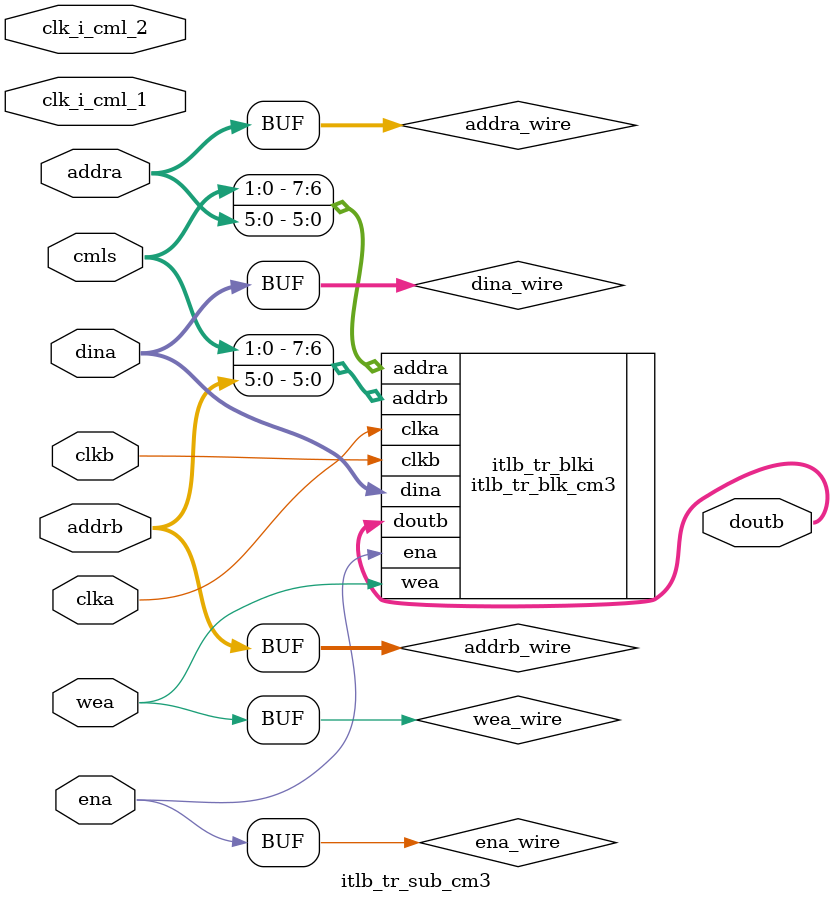
<source format=v>
/*******************************************************************************
*     This file is owned and controlled by Xilinx and must be used             *
*     solely for design, simulation, implementation and creation of            *
*     design files limited to Xilinx devices or technologies. Use              *
*     with non-Xilinx devices or technologies is expressly prohibited          *
*     and immediately terminates your license.                                 *
*                                                                              *
*     XILINX IS PROVIDING THIS DESIGN, CODE, OR INFORMATION "AS IS"            *
*     SOLELY FOR USE IN DEVELOPING PROGRAMS AND SOLUTIONS FOR                  *
*     XILINX DEVICES.  BY PROVIDING THIS DESIGN, CODE, OR INFORMATION          *
*     AS ONE POSSIBLE IMPLEMENTATION OF THIS FEATURE, APPLICATION              *
*     OR STANDARD, XILINX IS MAKING NO REPRESENTATION THAT THIS                *
*     IMPLEMENTATION IS FREE FROM ANY CLAIMS OF INFRINGEMENT,                  *
*     AND YOU ARE RESPONSIBLE FOR OBTAINING ANY RIGHTS YOU MAY REQUIRE         *
*     FOR YOUR IMPLEMENTATION.  XILINX EXPRESSLY DISCLAIMS ANY                 *
*     WARRANTY WHATSOEVER WITH RESPECT TO THE ADEQUACY OF THE                  *
*     IMPLEMENTATION, INCLUDING BUT NOT LIMITED TO ANY WARRANTIES OR           *
*     REPRESENTATIONS THAT THIS IMPLEMENTATION IS FREE FROM CLAIMS OF          *
*     INFRINGEMENT, IMPLIED WARRANTIES OF MERCHANTABILITY AND FITNESS          *
*     FOR A PARTICULAR PURPOSE.                                                *
*                                                                              *
*     Xilinx products are not intended for use in life support                 *
*     appliances, devices, or systems. Use in such applications are            *
*     expressly prohibited.                                                    *
*                                                                              *
*     (c) Copyright 1995-2009 Xilinx, Inc.                                     *
*     All rights reserved.                                                     *
*******************************************************************************/
// The synthesis directives "translate_off/translate_on" specified below are
// supported by Xilinx, Mentor Graphics and Synplicity synthesis
// tools. Ensure they are correct for your synthesis tool(s).

// You must compile the wrapper file itlb_tr_blk.v when simulating
// the core, itlb_tr_blk. When compiling the wrapper file, be sure to
// reference the XilinxCoreLib Verilog simulation library. For detailed
// instructions, please refer to the "CORE Generator Help".

`timescale 1ns/1ps

module itlb_tr_sub_cm3(
		clk_i_cml_1,
		clk_i_cml_2,
		cmls,
		
	clka,
	ena,
	wea,
	addra,
	dina,
	clkb,
	addrb,
	doutb);


input clk_i_cml_1;
input clk_i_cml_2;
input [1:0] cmls;




input clka;
input ena;
input [0 : 0] wea;
input [5 : 0] addra;
input [21 : 0] dina;
input clkb;
input [5 : 0] addrb;
output [21 : 0] doutb;

wire ena_wire;
wire [0 : 0] wea_wire;
wire [5 : 0] addra_wire;
wire [21 : 0] dina_wire;
wire [5 : 0] addrb_wire;

assign ena_wire = ena;
assign wea_wire = wea;
assign addra_wire = addra;
assign dina_wire = dina;
assign addrb_wire = addrb;

itlb_tr_blk_cm3 itlb_tr_blki(
	.clka(clka),
	.ena(ena_wire),
	.wea(wea_wire),
	.addra({cmls, addra_wire}),
	.dina(dina_wire),
	.clkb(clkb),
	.addrb({cmls, addrb_wire}),
	.doutb(doutb));

endmodule



</source>
